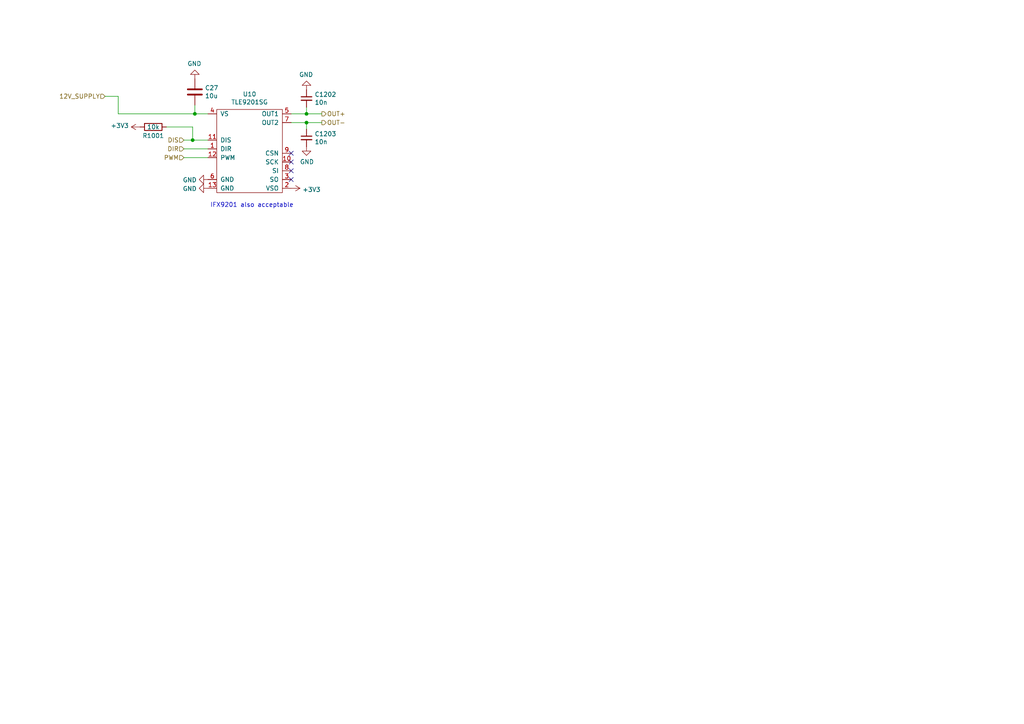
<source format=kicad_sch>
(kicad_sch (version 20250114) (generator "eeschema") (generator_version "9.0")
  (paper "A4")
  (title_block (title "rusEfi Proteus") (date "2022-04-09") (rev "v0.7") (company "rusEFI") (comment 1 "github.com/mck1117/proteus") (comment 2 "rusefi.com/s/proteus"))
  (lib_symbols
    (symbol "Device:C" (pin_numbers (hide yes)) (pin_names (offset 0.254))
      (property "Reference" "C" (at 0.635 2.54 0))
      (property "Value" "C" (at 0.635 -2.54 0))
      (symbol "C_0_1"
        (polyline (pts (xy -2.032 0.762) (xy 2.032 0.762)) (stroke (width 0.508)))
        (polyline (pts (xy -2.032 -0.762) (xy 2.032 -0.762)) (stroke (width 0.508)))
      )
      (symbol "C_1_1"
        (pin passive line (at 0 3.81 270) (length 2.794) (name "~") (number "1"))
        (pin passive line (at 0 -3.81 90) (length 2.794) (name "~") (number "2"))
      )
    )
    (symbol "Device:C_Small" (pin_numbers (hide yes)) (pin_names (offset 0.254) (hide yes))
      (property "Reference" "C" (at 0.254 1.778 0))
      (property "Value" "C_Small" (at 0.254 -2.032 0))
      (symbol "C_Small_0_1"
        (polyline (pts (xy -1.524 0.508) (xy 1.524 0.508)) (stroke (width 0.3048)))
        (polyline (pts (xy -1.524 -0.508) (xy 1.524 -0.508)) (stroke (width 0.3302)))
      )
      (symbol "C_Small_1_1"
        (pin passive line (at 0 2.54 270) (length 2.032) (name "~") (number "1"))
        (pin passive line (at 0 -2.54 90) (length 2.032) (name "~") (number "2"))
      )
    )
    (symbol "Device:R" (pin_numbers (hide yes)) (pin_names (offset 0))
      (property "Reference" "R" (at 2.032 0 90))
      (property "Value" "R" (at 0 0 90))
      (symbol "R_0_1"
        (rectangle (start -1.016 -2.54) (end 1.016 2.54) (stroke (width 0.254)))
      )
      (symbol "R_1_1"
        (pin passive line (at 0 3.81 270) (length 1.27) (name "~") (number "1"))
        (pin passive line (at 0 -3.81 90) (length 1.27) (name "~") (number "2"))
      )
    )
    (symbol "proteus-rescue:+3.3V-power" (power) (pin_names (offset 0))
      (property "Value" "power_+3.3V" (at 0 3.556 0))
      (symbol "+3.3V-power_0_1"
        (polyline (pts (xy -0.762 1.27) (xy 0 2.54)))
        (polyline (pts (xy 0 2.54) (xy 0.762 1.27)))
        (polyline (pts (xy 0 0) (xy 0 2.54)))
      )
      (symbol "+3.3V-power_1_1"
        (pin power_in line (at 0 0 90) (length 0) (hide yes) (name "+3V3") (number "1"))
      )
    )
    (symbol "proteus-rescue:GND-power" (power) (pin_names (offset 0))
      (property "Value" "power_GND" (at 0 -3.81 0))
      (symbol "GND-power_0_1"
        (polyline (pts (xy 0 0) (xy 0 -1.27) (xy 1.27 -1.27) (xy 0 -2.54) (xy -1.27 -1.27) (xy 0 -1.27)))
      )
      (symbol "GND-power_1_1"
        (pin power_in line (at 0 0 270) (length 0) (hide yes) (name "GND") (number "1"))
      )
    )
    (symbol "tle9201_2:TLE9201SG" (pin_names (offset 1.016))
      (property "Reference" "U" (at -8.89 -13.97 0))
      (property "Value" "TLE9201SG" (at -3.81 12.7 0))
      (symbol "TLE9201SG_0_1"
        (rectangle (start -10.16 11.43) (end 8.89 -12.7))
      )
      (symbol "TLE9201SG_1_1"
        (pin power_in line (at -12.7 10.16 0) (length 2.54) (name "VS") (number "4"))
        (pin input line (at -12.7 2.54 0) (length 2.54) (name "DIS") (number "11"))
        (pin input line (at -12.7 0 0) (length 2.54) (name "DIR") (number "1"))
        (pin input line (at -12.7 -2.54 0) (length 2.54) (name "PWM") (number "12"))
        (pin power_in line (at -12.7 -8.89 0) (length 2.54) (name "GND") (number "6"))
        (pin power_in line (at -12.7 -11.43 0) (length 2.54) (name "GND") (number "13"))
        (pin power_out line (at 11.43 10.16 180) (length 2.54) (name "OUT1") (number "5"))
        (pin power_out line (at 11.43 7.62 180) (length 2.54) (name "OUT2") (number "7"))
        (pin input line (at 11.43 -1.27 180) (length 2.54) (name "CSN") (number "9"))
        (pin input line (at 11.43 -3.81 180) (length 2.54) (name "SCK") (number "10"))
        (pin input line (at 11.43 -6.35 180) (length 2.54) (name "SI") (number "8"))
        (pin output line (at 11.43 -8.89 180) (length 2.54) (name "SO") (number "3"))
        (pin power_in line (at 11.43 -11.43 180) (length 2.54) (name "VSO") (number "2"))
      )
    )
  )
  (text "IFX9201 also acceptable" (at 60.96 60.325 0) (effects (font (size 1.27 1.27)) (justify left bottom)))
  (junction (at 56.515 33.02))
  (junction (at 88.9 33.02))
  (junction (at 55.88 40.64))
  (junction (at 88.9 35.56))
  (no_connect (at 84.455 52.07))
  (no_connect (at 84.455 49.53))
  (no_connect (at 84.455 44.45))
  (no_connect (at 84.455 46.99))
  (wire (pts (xy 30.48 27.94) (xy 34.29 27.94)))
  (wire (pts (xy 53.34 43.18) (xy 60.325 43.18)))
  (wire (pts (xy 34.29 27.94) (xy 34.29 33.02)))
  (wire (pts (xy 56.515 30.48) (xy 56.515 33.02)))
  (wire (pts (xy 88.9 35.56) (xy 84.455 35.56)))
  (wire (pts (xy 48.26 36.83) (xy 55.88 36.83)))
  (wire (pts (xy 56.515 33.02) (xy 60.325 33.02)))
  (wire (pts (xy 88.9 33.02) (xy 93.345 33.02)))
  (wire (pts (xy 55.88 36.83) (xy 55.88 40.64)))
  (wire (pts (xy 88.9 33.02) (xy 88.9 31.115)))
  (wire (pts (xy 53.34 40.64) (xy 55.88 40.64)))
  (wire (pts (xy 34.29 33.02) (xy 56.515 33.02)))
  (wire (pts (xy 55.88 40.64) (xy 60.325 40.64)))
  (wire (pts (xy 84.455 33.02) (xy 88.9 33.02)))
  (wire (pts (xy 88.9 37.465) (xy 88.9 35.56)))
  (wire (pts (xy 53.34 45.72) (xy 60.325 45.72)))
  (wire (pts (xy 93.345 35.56) (xy 88.9 35.56)))
  (hierarchical_label "DIR" (shape input) (at 53.34 43.18 180))
  (hierarchical_label "12V_SUPPLY" (shape input) (at 30.48 27.94 180))
  (hierarchical_label "OUT+" (shape output) (at 93.345 33.02 0))
  (hierarchical_label "PWM" (shape input) (at 53.34 45.72 180))
  (hierarchical_label "OUT-" (shape output) (at 93.345 35.56 0))
  (hierarchical_label "DIS" (shape input) (at 53.34 40.64 180))
  (symbol (lib_id "proteus-rescue:GND-power") (at 60.325 52.07 270) (unit 1)
    (property "Reference" "#PWR0211" (effects (hide yes)))
    (property "Value" "GND" (at 57.0738 52.197 90) (effects (justify right)))
  )
  (symbol (lib_id "tle9201_2:TLE9201SG") (at 73.025 43.18 0) (unit 1)
    (property "Reference" "U10" (at 72.39 27.305 0))
    (property "Value" "TLE9201SG" (at 72.39 29.6164 0))
    (property "Footprint" "Package_SO:Infineon_PG-DSO-12-9" (effects (hide yes)))
    (property "PN" "TLE9201SG" (effects (hide yes)))
    (property "LCSC" "C112633" (effects (hide yes)))
    (property "LCSC_ext" "1" (effects (hide yes)))
    (property "possible_not_ext" "1" (effects (hide yes)))
  )
  (symbol (lib_id "proteus-rescue:GND-power") (at 60.325 54.61 270) (unit 1)
    (property "Reference" "#PWR0219" (effects (hide yes)))
    (property "Value" "GND" (at 57.0738 54.737 90) (effects (justify right)))
  )
  (symbol (lib_id "Device:C_Small") (at 88.9 28.575 0) (unit 1)
    (property "Reference" "C1202" (at 91.2368 27.4066 0) (effects (justify left)))
    (property "Value" "10n" (at 91.2368 29.718 0) (effects (justify left)))
    (property "Footprint" "Capacitor_SMD:C_0603_1608Metric" (effects (hide yes)))
    (property "LCSC" "C57112" (effects (hide yes)))
    (property "LCSC_ext" "0" (effects (hide yes)))
  )
  (symbol (lib_id "Device:C_Small") (at 88.9 40.005 0) (unit 1)
    (property "Reference" "C1203" (at 91.2368 38.8366 0) (effects (justify left)))
    (property "Value" "10n" (at 91.2368 41.148 0) (effects (justify left)))
    (property "Footprint" "Capacitor_SMD:C_0603_1608Metric" (effects (hide yes)))
    (property "LCSC" "C57112" (effects (hide yes)))
    (property "LCSC_ext" "0" (effects (hide yes)))
  )
  (symbol (lib_id "proteus-rescue:GND-power") (at 88.9 42.545 0) (unit 1)
    (property "Reference" "#PWR0220" (effects (hide yes)))
    (property "Value" "GND" (at 89.027 46.9392 0))
  )
  (symbol (lib_id "proteus-rescue:GND-power") (at 88.9 26.035 180) (unit 1)
    (property "Reference" "#PWR0221" (effects (hide yes)))
    (property "Value" "GND" (at 88.773 21.6408 0))
  )
  (symbol (lib_id "Device:C") (at 56.515 26.67 0) (unit 1)
    (property "Reference" "C27" (at 59.436 25.5016 0) (effects (justify left)))
    (property "Value" "10u" (at 59.436 27.813 0) (effects (justify left)))
    (property "Footprint" "Capacitor_SMD:C_1206_3216Metric" (effects (hide yes)))
    (property "LCSC" "C13585" (effects (hide yes)))
    (property "LCSC_ext" "0" (effects (hide yes)))
  )
  (symbol (lib_id "proteus-rescue:GND-power") (at 56.515 22.86 180) (unit 1)
    (property "Reference" "#PWR0222" (effects (hide yes)))
    (property "Value" "GND" (at 56.388 18.4658 0))
  )
  (symbol (lib_id "proteus-rescue:+3.3V-power") (at 84.455 54.61 270) (unit 1)
    (property "Reference" "#PWR0333" (effects (hide yes)))
    (property "Value" "+3V3" (at 87.7062 54.991 90) (effects (justify left)))
  )
  (symbol (lib_id "Device:R") (at 44.45 36.83 270) (unit 1)
    (property "Reference" "R1001" (at 44.45 39.37 90))
    (property "Value" "10k" (at 44.45 36.83 90))
    (property "Footprint" "Resistor_SMD:R_0402_1005Metric" (effects (hide yes)))
    (property "LCSC" "C25744" (effects (hide yes)))
    (property "LCSC_ext" "0" (effects (hide yes)))
  )
  (symbol (lib_id "proteus-rescue:+3.3V-power") (at 40.64 36.83 90) (unit 1)
    (property "Reference" "#PWR0334" (effects (hide yes)))
    (property "Value" "+3V3" (at 37.3888 36.449 90) (effects (justify left)))
  )
)
</source>
